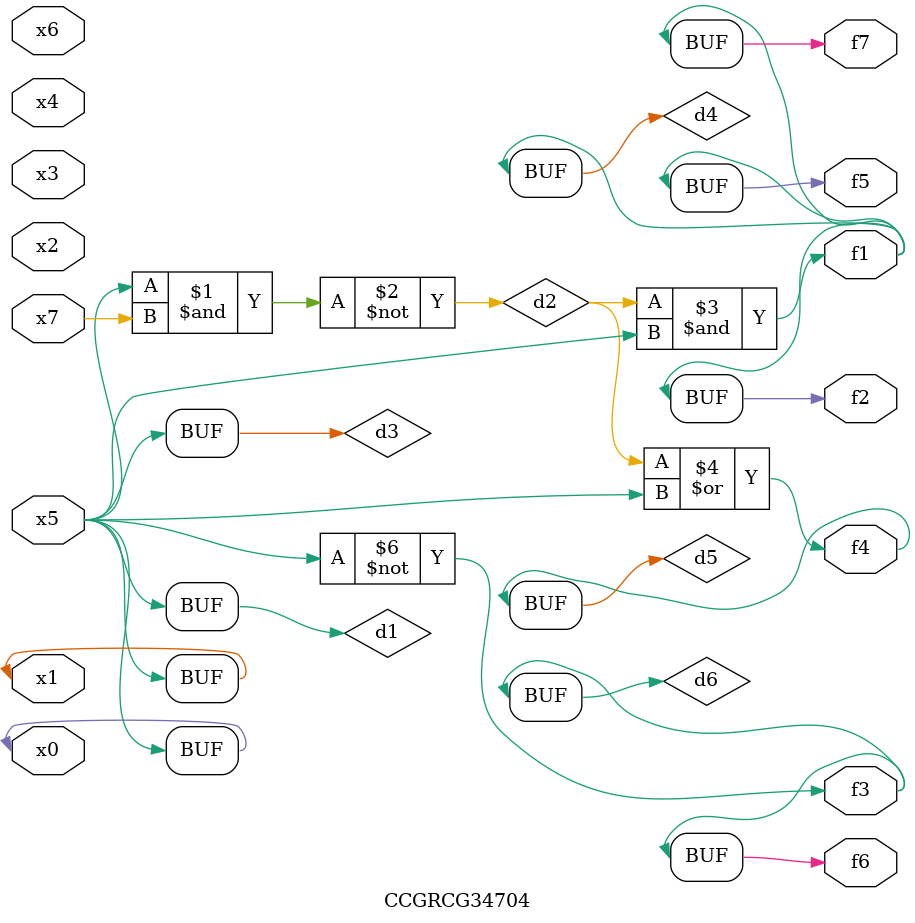
<source format=v>
module CCGRCG34704(
	input x0, x1, x2, x3, x4, x5, x6, x7,
	output f1, f2, f3, f4, f5, f6, f7
);

	wire d1, d2, d3, d4, d5, d6;

	buf (d1, x0, x5);
	nand (d2, x5, x7);
	buf (d3, x0, x1);
	and (d4, d2, d3);
	or (d5, d2, d3);
	nor (d6, d1, d3);
	assign f1 = d4;
	assign f2 = d4;
	assign f3 = d6;
	assign f4 = d5;
	assign f5 = d4;
	assign f6 = d6;
	assign f7 = d4;
endmodule

</source>
